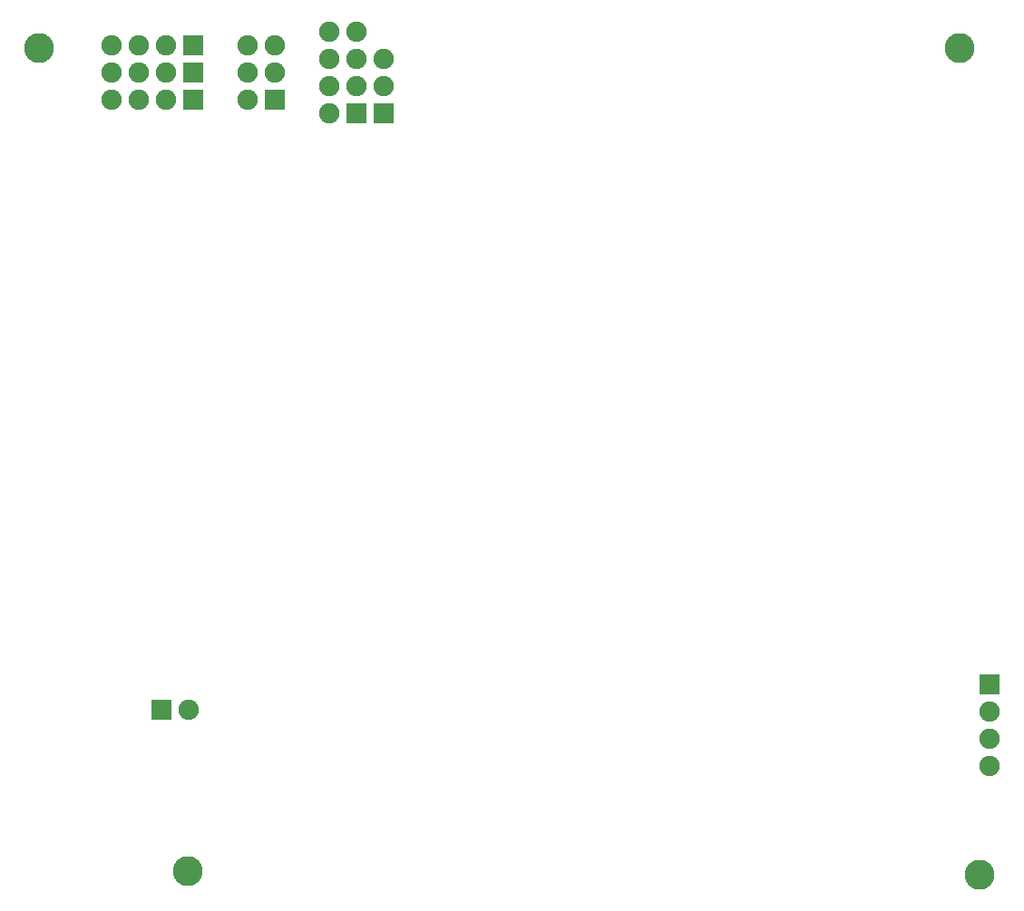
<source format=gbs>
G04 DipTrace 3.0.0.2*
G04 BottomMask.gbr*
%MOMM*%
G04 #@! TF.FileFunction,Soldermask,Bot*
G04 #@! TF.Part,Single*
%ADD88C,2.794*%
%ADD154C,1.9032*%
%ADD156R,1.9032X1.9032*%
%FSLAX35Y35*%
G04*
G71*
G90*
G75*
G01*
G04 BotMask*
%LPD*%
D156*
X3850641Y8864990D3*
D154*
X3596641D3*
X3850641Y9118990D3*
X3596641D3*
X3850641Y9372990D3*
X3596641D3*
D156*
X4612641Y8737990D3*
D154*
X4358641D3*
X4612641Y8991990D3*
X4358641D3*
X4612641Y9245990D3*
X4358641D3*
X4612641Y9499990D3*
X4358641D3*
D156*
X3088641Y9372990D3*
D154*
X2834641D3*
X2580641D3*
X2326641D3*
D156*
X3088641Y9116450D3*
D154*
X2834641D3*
X2580641D3*
X2326641D3*
D156*
X3088641Y8862450D3*
D154*
X2834641D3*
X2580641D3*
X2326641D3*
D88*
X10241281Y9339970D3*
X1651001D3*
X3032761Y1656470D3*
X10429241Y1625990D3*
D156*
X4866641Y8737990D3*
D154*
Y8991990D3*
Y9245990D3*
D156*
X2787017Y3163960D3*
D154*
X3041017D3*
D156*
X10523221Y3401450D3*
D154*
Y3147450D3*
Y2893450D3*
Y2639450D3*
M02*

</source>
